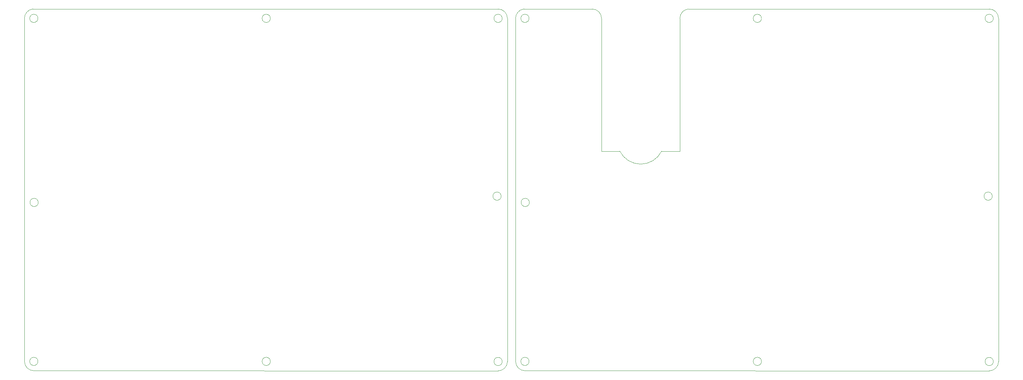
<source format=gbr>
%TF.GenerationSoftware,KiCad,Pcbnew,5.1.9*%
%TF.CreationDate,2021-01-06T19:10:31-06:00*%
%TF.ProjectId,halfboard,68616c66-626f-4617-9264-2e6b69636164,rev?*%
%TF.SameCoordinates,Original*%
%TF.FileFunction,Profile,NP*%
%FSLAX46Y46*%
G04 Gerber Fmt 4.6, Leading zero omitted, Abs format (unit mm)*
G04 Created by KiCad (PCBNEW 5.1.9) date 2021-01-06 19:10:31*
%MOMM*%
%LPD*%
G01*
G04 APERTURE LIST*
%TA.AperFunction,Profile*%
%ADD10C,0.050000*%
%TD*%
G04 APERTURE END LIST*
D10*
X181610000Y-80010000D02*
X186055000Y-80010000D01*
X196215000Y-80010000D02*
G75*
G02*
X186055000Y-80010000I-5080000J2540000D01*
G01*
X220490000Y-47752000D02*
G75*
G03*
X220490000Y-47752000I-1000000J0D01*
G01*
X200659999Y-47755161D02*
G75*
G02*
X202692043Y-45480110I2286043J3161D01*
G01*
X275830020Y-45480110D02*
X202692043Y-45480110D01*
X179322206Y-45480122D02*
G75*
G02*
X181610000Y-47752000I15861J-2271878D01*
G01*
X200660000Y-80010000D02*
X200660000Y-47755161D01*
X196215000Y-80010000D02*
X200660000Y-80010000D01*
X181610000Y-47752000D02*
X181610000Y-80010000D01*
X276590000Y-90932000D02*
G75*
G03*
X276590000Y-90932000I-1000000J0D01*
G01*
X163007795Y-133333910D02*
X275832054Y-133358666D01*
X278117967Y-131086777D02*
X278115933Y-47751999D01*
X179322206Y-45480122D02*
X162766068Y-45466002D01*
X160720000Y-47752001D02*
X160720000Y-131062033D01*
X160720000Y-47752001D02*
G75*
G02*
X162766068Y-45466002I2300067J0D01*
G01*
X275830020Y-45480110D02*
G75*
G02*
X278115933Y-47751999I13980J-2271890D01*
G01*
X275832054Y-133358666D02*
G75*
G03*
X278117967Y-131086777I13980J2271890D01*
G01*
X163007795Y-133333910D02*
G75*
G02*
X160720000Y-131062033I-15862J2271878D01*
G01*
X276844000Y-47752000D02*
G75*
G03*
X276844000Y-47752000I-1000000J0D01*
G01*
X163991933Y-47752001D02*
G75*
G03*
X163991933Y-47752001I-1000000J0D01*
G01*
X164068000Y-92456000D02*
G75*
G03*
X164068000Y-92456000I-1000000J0D01*
G01*
X220491426Y-131062032D02*
G75*
G03*
X220491426Y-131062032I-1000000J0D01*
G01*
X276844000Y-131086776D02*
G75*
G03*
X276844000Y-131086776I-1000000J0D01*
G01*
X163991933Y-131062032D02*
G75*
G03*
X163991933Y-131062032I-1000000J0D01*
G01*
X44611933Y-131062032D02*
G75*
G03*
X44611933Y-131062032I-1000000J0D01*
G01*
X157464000Y-131086776D02*
G75*
G03*
X157464000Y-131086776I-1000000J0D01*
G01*
X101111426Y-47752000D02*
G75*
G03*
X101111426Y-47752000I-1000000J0D01*
G01*
X101111426Y-131062032D02*
G75*
G03*
X101111426Y-131062032I-1000000J0D01*
G01*
X44688000Y-92456000D02*
G75*
G03*
X44688000Y-92456000I-1000000J0D01*
G01*
X44611933Y-47752001D02*
G75*
G03*
X44611933Y-47752001I-1000000J0D01*
G01*
X157464000Y-47752000D02*
G75*
G03*
X157464000Y-47752000I-1000000J0D01*
G01*
X43627795Y-133333910D02*
G75*
G02*
X41340000Y-131062033I-15862J2271878D01*
G01*
X156452054Y-133358666D02*
G75*
G03*
X158737967Y-131086777I13980J2271890D01*
G01*
X156450020Y-45480110D02*
G75*
G02*
X158735933Y-47751999I13980J-2271890D01*
G01*
X41340000Y-47752001D02*
G75*
G02*
X43386068Y-45466002I2300067J0D01*
G01*
X41340000Y-47752001D02*
X41340000Y-131062033D01*
X156450020Y-45480110D02*
X43386068Y-45466002D01*
X158737967Y-131086777D02*
X158735933Y-47751999D01*
X43627795Y-133333910D02*
X156452054Y-133358666D01*
X157210000Y-90932000D02*
G75*
G03*
X157210000Y-90932000I-1000000J0D01*
G01*
M02*

</source>
